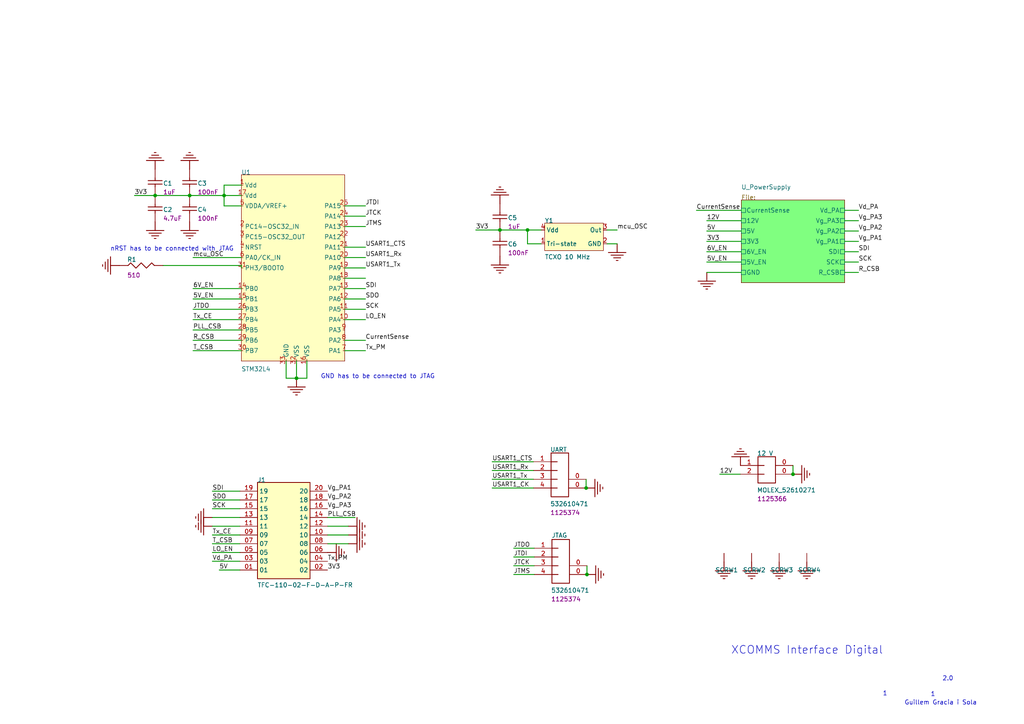
<source format=kicad_sch>
(kicad_sch (version 20211123) (generator eeschema)
  (paper "A4")
  (lib_symbols
    (symbol "COMMS2-altium-import:0_ECS-TXO-2016"
      (property "Value" "0_ECS-TXO-2016" (at 0 0 0))
      (symbol "0_ECS-TXO-2016_1_0"
        (rectangle (start 17 8) (end 0 0) (fill (type background)))
        (pin input line (at -1 2 0) (length 1) (name "Tri-state") (number "1"))
        (pin input line (at 18 2 180) (length 1) (name "GND") (number "2"))
        (pin output line (at 18 6 180) (length 1) (name "Out") (number "3"))
        (pin input line (at -1 6 0) (length 1) (name "Vdd") (number "4"))
      )
    )
    (symbol "COMMS2-altium-import:0_MOLEX_532610271"
      (property "Value" "0_MOLEX_532610271" (at 0 0 0))
      (symbol "0_MOLEX_532610271_1_0"
        (polyline (pts (xy -2.54 -2.54) (xy -0.762 -2.54)) (stroke (width 0.254)))
        (polyline (pts (xy -2.54 0) (xy -0.762 0)) (stroke (width 0.254)))
        (polyline (pts (xy -2.54 2.54) (xy 2.54 2.54) (xy 2.54 -5.08) (xy -2.54 -5.08) (xy -2.54 2.54)) (stroke (width 0.254)))
        (pin passive line (at 7.62 0 180) (length 5.08) (name "MH1") (number "0"))
        (pin passive line (at 7.62 -2.54 180) (length 5.08) (name "MH2") (number "0"))
        (pin passive line (at -7.62 0 0) (length 5.08) (name "1") (number "1"))
        (pin passive line (at -7.62 -2.54 0) (length 5.08) (name "2") (number "2"))
      )
    )
    (symbol "COMMS2-altium-import:0_MOLEX_532610471"
      (property "Value" "0_MOLEX_532610471" (at 0 0 0))
      (symbol "0_MOLEX_532610471_1_0"
        (polyline (pts (xy -2.54 -2.54) (xy -0.762 -2.54)) (stroke (width 0.254)))
        (polyline (pts (xy -2.54 0) (xy -0.762 0)) (stroke (width 0.254)))
        (polyline (pts (xy -2.54 2.54) (xy -0.762 2.54)) (stroke (width 0.254)))
        (polyline (pts (xy -2.54 5.08) (xy -0.762 5.08)) (stroke (width 0.254)))
        (polyline (pts (xy -2.54 7.62) (xy 2.54 7.62) (xy 2.54 -5.08) (xy -2.54 -5.08) (xy -2.54 7.62)) (stroke (width 0.254)))
        (pin passive line (at 7.62 -2.54 180) (length 5.08) (name "MH1") (number "0"))
        (pin passive line (at 7.62 0 180) (length 5.08) (name "MH2") (number "0"))
        (pin passive line (at -7.62 5.08 0) (length 5.08) (name "1") (number "1"))
        (pin passive line (at -7.62 2.54 0) (length 5.08) (name "2") (number "2"))
        (pin passive line (at -7.62 0 0) (length 5.08) (name "3") (number "3"))
        (pin passive line (at -7.62 -2.54 0) (length 5.08) (name "4") (number "4"))
      )
    )
    (symbol "COMMS2-altium-import:0_Res3"
      (property "Value" "0_Res3" (at 0 0 0))
      (symbol "0_Res3_1_0"
        (polyline (pts (xy 7.62 -2.54) (xy 6.858 -1.778) (xy 5.334 -3.302) (xy 3.81 -1.778) (xy 2.286 -3.302) (xy 0.762 -1.778) (xy 0 -2.54)) (stroke (width 0.254)))
        (pin passive line (at -2.54 -2.54 0) (length 2.54) (name "1") (number "1"))
        (pin passive line (at 10.16 -2.54 180) (length 2.54) (name "2") (number "2"))
      )
    )
    (symbol "COMMS2-altium-import:0_STM32L431Kx"
      (property "Value" "0_STM32L431Kx" (at 0 0 0))
      (symbol "0_STM32L431Kx_1_0"
        (rectangle (start 30 54) (end 0 0) (fill (type background)))
        (pin input line (at 0.0001 51 0) (length 0.4999) (name "Vdd") (number "1"))
        (pin bidirectional line (at 29.9999 12 180) (length 0.4999) (name "PA4") (number "10"))
        (pin bidirectional line (at 29.9999 15 180) (length 0.4999) (name "PA5") (number "11"))
        (pin bidirectional line (at 29.9999 18 180) (length 0.4999) (name "PA6") (number "12"))
        (pin bidirectional line (at 29.9999 21 180) (length 0.4999) (name "PA7") (number "13"))
        (pin bidirectional line (at 0.0001 21 0) (length 0.4999) (name "PB0") (number "14"))
        (pin bidirectional line (at 0.0001 18 0) (length 0.4999) (name "PB1") (number "15"))
        (pin input line (at 19 0.0001 90) (length 0.4999) (name "VSS") (number "16"))
        (pin input line (at 0.0001 48 0) (length 0.4999) (name "Vdd") (number "17"))
        (pin bidirectional line (at 29.9999 24 180) (length 0.4999) (name "PA8") (number "18"))
        (pin bidirectional line (at 29.9999 27 180) (length 0.4999) (name "PA9") (number "19"))
        (pin input line (at 0.0001 39 0) (length 0.4999) (name "PC14-OSC32_IN") (number "2"))
        (pin bidirectional line (at 29.9999 30 180) (length 0.4999) (name "PA10") (number "20"))
        (pin bidirectional line (at 29.9999 33 180) (length 0.4999) (name "PA11") (number "21"))
        (pin bidirectional line (at 29.9999 36 180) (length 0.4999) (name "PA12") (number "22"))
        (pin bidirectional line (at 29.9999 39 180) (length 0.4999) (name "PA13") (number "23"))
        (pin bidirectional line (at 29.9999 42 180) (length 0.4999) (name "PA14") (number "24"))
        (pin bidirectional line (at 29.9999 45 180) (length 0.4999) (name "PA15") (number "25"))
        (pin bidirectional line (at 0.0001 15 0) (length 0.4999) (name "PB3") (number "26"))
        (pin bidirectional line (at 0.0001 12 0) (length 0.4999) (name "PB4") (number "27"))
        (pin bidirectional line (at 0.0001 9 0) (length 0.4999) (name "PB5") (number "28"))
        (pin bidirectional line (at 0.0001 6 0) (length 0.4999) (name "PB6") (number "29"))
        (pin input line (at 0.0001 36 0) (length 0.4999) (name "PC15-OSC32_OUT") (number "3"))
        (pin bidirectional line (at 0.0001 3 0) (length 0.4999) (name "PB7") (number "30"))
        (pin input line (at 0.0001 27 0) (length 0.4999) (name "PH3/BOOT0") (number "31"))
        (pin input line (at 16 0.0001 90) (length 0.4999) (name "VSS") (number "32"))
        (pin input line (at 13 0.0001 90) (length 0.4999) (name "GND") (number "33"))
        (pin input line (at 0.0001 33 0) (length 0.4999) (name "NRST") (number "4"))
        (pin input line (at 0.0001 45 0) (length 0.4999) (name "VDDA/VREF+") (number "5"))
        (pin input line (at 0.0001 30 0) (length 0.4999) (name "PA0/CK_IN") (number "6"))
        (pin bidirectional line (at 29.9999 3 180) (length 0.4999) (name "PA1") (number "7"))
        (pin bidirectional line (at 29.9999 6 180) (length 0.4999) (name "PA2") (number "8"))
        (pin bidirectional line (at 29.9999 9 180) (length 0.4999) (name "PA3") (number "9"))
      )
    )
    (symbol "COMMS2-altium-import:0_ScrewHole"
      (property "Value" "0_ScrewHole" (at 0 0 0))
      (symbol "0_ScrewHole_1_0"
        (pin passive line (at 0 -5.08 90) (length 2.54) (name "1") (number "1"))
      )
    )
    (symbol "COMMS2-altium-import:1_Cap Semi"
      (property "Value" "1_Cap Semi" (at 0 0 0))
      (symbol "1_Cap Semi_1_0"
        (polyline (pts (xy 0.508 1.778) (xy 4.572 1.778)) (stroke (width 0.254)))
        (polyline (pts (xy 2.54 0) (xy 2.54 0.762)) (stroke (width 0.254)))
        (polyline (pts (xy 2.54 2.54) (xy 2.54 1.778)) (stroke (width 0.254)))
        (polyline (pts (xy 4.572 0.762) (xy 0.508 0.762)) (stroke (width 0.254)))
        (pin passive line (at 2.54 -2.54 90) (length 2.54) (name "1") (number "1"))
        (pin passive line (at 2.54 5.08 270) (length 2.54) (name "2") (number "2"))
      )
    )
    (symbol "COMMS2-altium-import:2_mirrored_TFC-110-02-F-D-A-P-FR"
      (property "Value" "2_mirrored_TFC-110-02-F-D-A-P-FR" (at 0 0 0))
      (symbol "2_mirrored_TFC-110-02-F-D-A-P-FR_1_0"
        (rectangle (start 7.62 12.7) (end -7.62 -15.24) (stroke (width 0.254)) (fill (type background)))
        (pin passive line (at -12.7 -12.7 0) (length 5.08) (name "01") (number "01"))
        (pin passive line (at 12.7 -12.7 180) (length 5.08) (name "02") (number "02"))
        (pin passive line (at -12.7 -10.16 0) (length 5.08) (name "03") (number "03"))
        (pin passive line (at 12.7 -10.16 180) (length 5.08) (name "04") (number "04"))
        (pin passive line (at -12.7 -7.62 0) (length 5.08) (name "05") (number "05"))
        (pin passive line (at 12.7 -7.62 180) (length 5.08) (name "06") (number "06"))
        (pin passive line (at -12.7 -5.08 0) (length 5.08) (name "07") (number "07"))
        (pin passive line (at 12.7 -5.08 180) (length 5.08) (name "08") (number "08"))
        (pin passive line (at -12.7 -2.54 0) (length 5.08) (name "09") (number "09"))
        (pin passive line (at 12.7 -2.54 180) (length 5.08) (name "10") (number "10"))
        (pin passive line (at -12.7 0 0) (length 5.08) (name "11") (number "11"))
        (pin passive line (at 12.7 0 180) (length 5.08) (name "12") (number "12"))
        (pin passive line (at -12.7 2.54 0) (length 5.08) (name "13") (number "13"))
        (pin passive line (at 12.7 2.54 180) (length 5.08) (name "14") (number "14"))
        (pin passive line (at -12.7 5.08 0) (length 5.08) (name "15") (number "15"))
        (pin passive line (at 12.7 5.08 180) (length 5.08) (name "16") (number "16"))
        (pin passive line (at -12.7 7.62 0) (length 5.08) (name "17") (number "17"))
        (pin passive line (at 12.7 7.62 180) (length 5.08) (name "18") (number "18"))
        (pin passive line (at -12.7 10.16 0) (length 5.08) (name "19") (number "19"))
        (pin passive line (at 12.7 10.16 180) (length 5.08) (name "20") (number "20"))
      )
    )
    (symbol "COMMS2-altium-import:3_Cap Semi"
      (property "Value" "3_Cap Semi" (at 0 0 0))
      (symbol "3_Cap Semi_1_0"
        (polyline (pts (xy -4.572 -0.762) (xy -0.508 -0.762)) (stroke (width 0.254)))
        (polyline (pts (xy -2.54 -2.54) (xy -2.54 -1.778)) (stroke (width 0.254)))
        (polyline (pts (xy -2.54 0) (xy -2.54 -0.762)) (stroke (width 0.254)))
        (polyline (pts (xy -0.508 -1.778) (xy -4.572 -1.778)) (stroke (width 0.254)))
        (pin passive line (at -2.54 2.54 270) (length 2.54) (name "1") (number "1"))
        (pin passive line (at -2.54 -5.08 90) (length 2.54) (name "2") (number "2"))
      )
    )
    (symbol "COMMS2-altium-import:GND" (power)
      (property "Reference" "#PWR" (at 0 0 0))
      (property "Value" "GND" (at 0 6.35 0))
      (symbol "GND_0_0"
        (polyline (pts (xy -2.54 -2.54) (xy 2.54 -2.54)) (stroke (width 0.254)))
        (polyline (pts (xy -1.778 -3.302) (xy 1.778 -3.302)) (stroke (width 0.254)))
        (polyline (pts (xy -1.016 -4.064) (xy 1.016 -4.064)) (stroke (width 0.254)))
        (polyline (pts (xy -0.254 -4.826) (xy 0.254 -4.826)) (stroke (width 0.254)))
        (polyline (pts (xy 0 0) (xy 0 -2.54)) (stroke (width 0.254)))
        (pin power_in line (at 0 0 0) (length 0) hide (name "GND") (number ""))
      )
    )
  )
  (junction (at 55 56.7072))
  (junction (at 65 56.7072))
  (junction (at 86 109.7072))
  (junction (at 170.24 166.6272))
  (junction (at 145 66.7072))
  (junction (at 230.0001 137.5472))
  (junction (at 153 66.7072))
  (junction (at 170 141.5472))
  (junction (at 45 56.7072))
  (wire (pts (xy 106 89.7072) (xy 100 89.7072)) (stroke (width 0.254)))
  (wire (pts (xy 106 65.7072) (xy 100 65.7072)) (stroke (width 0.254)))
  (wire (pts (xy 215.0001 76.0072) (xy 205.0001 76.0072)) (stroke (width 0.254)))
  (wire (pts (xy 56 74.7072) (xy 70 74.7072)) (stroke (width 0.254)))
  (wire (pts (xy 61.6 147.5472) (xy 69.6 147.5472)) (stroke (width 0.254)))
  (wire (pts (xy 56 86.7072) (xy 70 86.7072)) (stroke (width 0.254)))
  (wire (pts (xy 106 98.7072) (xy 100 98.7072)) (stroke (width 0.254)))
  (wire (pts (xy 157 70.7072) (xy 153 70.7072)) (stroke (width 0.254)))
  (wire (pts (xy 245.0001 64.0072) (xy 249.0001 64.0072)) (stroke (width 0.254)))
  (wire (pts (xy 89 109.7072) (xy 89 104.7072)) (stroke (width 0.254)))
  (wire (pts (xy 65 56.7072) (xy 65 53.7072)) (stroke (width 0.254)))
  (wire (pts (xy 106 77.7072) (xy 100 77.7072)) (stroke (width 0.254)))
  (wire (pts (xy 70 56.7072) (xy 65 56.7072)) (stroke (width 0.254)))
  (wire (pts (xy 61.6 150.0872) (xy 69.6 150.0872)) (stroke (width 0.254)))
  (wire (pts (xy 70 77.0072) (xy 47.3 77.0072)) (stroke (width 0.254)))
  (wire (pts (xy 61.6 157.7072) (xy 69.6 157.7072)) (stroke (width 0.254)))
  (wire (pts (xy 106 83.7072) (xy 100 83.7072)) (stroke (width 0.254)))
  (wire (pts (xy 61.6 155.1672) (xy 69.6 155.1672)) (stroke (width 0.254)))
  (wire (pts (xy 65 53.7072) (xy 70 53.7072)) (stroke (width 0.254)))
  (wire (pts (xy 170 141.5472) (xy 170 139.0072)) (stroke (width 0.254)))
  (wire (pts (xy 70 59.7072) (xy 65 59.7072)) (stroke (width 0.254)))
  (wire (pts (xy 179 66.7072) (xy 176 66.7072)) (stroke (width 0.254)))
  (wire (pts (xy 142.76 136.4672) (xy 154.76 136.4672)) (stroke (width 0.254)))
  (wire (pts (xy 145 66.7072) (xy 153 66.7072)) (stroke (width 0.254)))
  (wire (pts (xy 106 71.7072) (xy 100 71.7072)) (stroke (width 0.254)))
  (wire (pts (xy 86 109.7072) (xy 89 109.7072)) (stroke (width 0.254)))
  (wire (pts (xy 249.0001 79.0072) (xy 245.0001 79.0072)) (stroke (width 0.254)))
  (wire (pts (xy 61.6 160.2472) (xy 69.6 160.2472)) (stroke (width 0.254)))
  (wire (pts (xy 86 109.7072) (xy 83 109.7072)) (stroke (width 0.254)))
  (wire (pts (xy 215.0001 70.0072) (xy 205.0001 70.0072)) (stroke (width 0.254)))
  (wire (pts (xy 245.0001 67.0072) (xy 249.0001 67.0072)) (stroke (width 0.254)))
  (wire (pts (xy 106 62.7072) (xy 100 62.7072)) (stroke (width 0.254)))
  (wire (pts (xy 208.7601 137.5472) (xy 214.7601 137.5472)) (stroke (width 0.254)))
  (wire (pts (xy 170.24 166.6272) (xy 170.24 164.0872)) (stroke (width 0.254)))
  (wire (pts (xy 205.0001 79.0072) (xy 215.0001 79.0072)) (stroke (width 0.254)))
  (wire (pts (xy 106 59.7072) (xy 100 59.7072)) (stroke (width 0.254)))
  (wire (pts (xy 215.0001 64.0072) (xy 205.0001 64.0072)) (stroke (width 0.254)))
  (wire (pts (xy 245.0001 70.0072) (xy 249.0001 70.0072)) (stroke (width 0.254)))
  (wire (pts (xy 142.76 133.9272) (xy 154.76 133.9272)) (stroke (width 0.254)))
  (wire (pts (xy 56 89.7072) (xy 70 89.7072)) (stroke (width 0.254)))
  (wire (pts (xy 202.0001 61.0072) (xy 215.0001 61.0072)) (stroke (width 0.254)))
  (wire (pts (xy 153 70.7072) (xy 153 66.7072)) (stroke (width 0.254)))
  (wire (pts (xy 245.0001 61.0072) (xy 249.0001 61.0072)) (stroke (width 0.254)))
  (wire (pts (xy 61.6 145.0072) (xy 69.6 145.0072)) (stroke (width 0.254)))
  (wire (pts (xy 101 155.1672) (xy 95 155.1672)) (stroke (width 0.254)))
  (wire (pts (xy 106 80.7072) (xy 100 80.7072)) (stroke (width 0.254)))
  (wire (pts (xy 56 92.7072) (xy 70 92.7072)) (stroke (width 0.254)))
  (wire (pts (xy 61.6 162.7872) (xy 69.6 162.7872)) (stroke (width 0.254)))
  (wire (pts (xy 149 166.6272) (xy 155 166.6272)) (stroke (width 0.254)))
  (wire (pts (xy 65 59.7072) (xy 65 56.7072)) (stroke (width 0.254)))
  (wire (pts (xy 106 74.7072) (xy 100 74.7072)) (stroke (width 0.254)))
  (wire (pts (xy 149 159.0072) (xy 155 159.0072)) (stroke (width 0.254)))
  (wire (pts (xy 106 101.7072) (xy 100 101.7072)) (stroke (width 0.254)))
  (wire (pts (xy 106 92.7072) (xy 100 92.7072)) (stroke (width 0.254)))
  (wire (pts (xy 61.6 142.4672) (xy 69.6 142.4672)) (stroke (width 0.254)))
  (wire (pts (xy 138 66.7072) (xy 145 66.7072)) (stroke (width 0.254)))
  (wire (pts (xy 249.0001 76.0072) (xy 245.0001 76.0072)) (stroke (width 0.254)))
  (wire (pts (xy 142.76 141.5472) (xy 154.76 141.5472)) (stroke (width 0.254)))
  (wire (pts (xy 153 66.7072) (xy 157 66.7072)) (stroke (width 0.254)))
  (wire (pts (xy 215.0001 73.0072) (xy 205.0001 73.0072)) (stroke (width 0.254)))
  (wire (pts (xy 55 56.7072) (xy 65 56.7072)) (stroke (width 0.254)))
  (wire (pts (xy 149 161.5472) (xy 155 161.5472)) (stroke (width 0.254)))
  (wire (pts (xy 101 157.7072) (xy 95 157.7072)) (stroke (width 0.254)))
  (wire (pts (xy 142.76 139.0072) (xy 154.76 139.0072)) (stroke (width 0.254)))
  (wire (pts (xy 215.0001 67.0072) (xy 205.0001 67.0072)) (stroke (width 0.254)))
  (wire (pts (xy 179 70.7072) (xy 176 70.7072)) (stroke (width 0.254)))
  (wire (pts (xy 103 150.0872) (xy 95 150.0872)) (stroke (width 0.254)))
  (wire (pts (xy 83 109.7072) (xy 83 104.7072)) (stroke (width 0.254)))
  (wire (pts (xy 56 101.7072) (xy 70 101.7072)) (stroke (width 0.254)))
  (wire (pts (xy 56 83.7072) (xy 70 83.7072)) (stroke (width 0.254)))
  (wire (pts (xy 56 98.7072) (xy 70 98.7072)) (stroke (width 0.254)))
  (wire (pts (xy 70 77.7072) (xy 70 77.0072)) (stroke (width 0.254)))
  (wire (pts (xy 45 56.7072) (xy 55 56.7072)) (stroke (width 0.254)))
  (wire (pts (xy 106 86.7072) (xy 100 86.7072)) (stroke (width 0.254)))
  (wire (pts (xy 101 152.6272) (xy 95 152.6272)) (stroke (width 0.254)))
  (wire (pts (xy 38.9999 56.7072) (xy 45 56.7072)) (stroke (width 0.254)))
  (wire (pts (xy 56 95.7072) (xy 70 95.7072)) (stroke (width 0.254)))
  (wire (pts (xy 149 164.0872) (xy 155 164.0872)) (stroke (width 0.254)))
  (wire (pts (xy 63.6 165.3272) (xy 69.6 165.3272)) (stroke (width 0.254)))
  (wire (pts (xy 249.0001 73.0072) (xy 245.0001 73.0072)) (stroke (width 0.254)))
  (wire (pts (xy 86 104.7072) (xy 86 109.7072)) (stroke (width 0.254)))
  (wire (pts (xy 61.6 152.6272) (xy 69.6 152.6272)) (stroke (width 0.254)))
  (wire (pts (xy 230.0001 135.0072) (xy 230.0001 137.5472)) (stroke (width 0.254)))
  (text "2.0" (at 273.3161 197.6512 180) (effects (font (size 1.27 1.27)) (justify left bottom)))
  (text "Guillem Gracia i Sola" (at 262.3161 204.6512 180) (effects (font (size 1.27 1.27)) (justify left bottom)))
  (text "XCOMMS Interface Digital" (at 212.0001 190.0072 180) (effects (font (size 2.286 2.286)) (justify left bottom)))
  (text "1" (at 269.9001 202.2176 180) (effects (font (size 1.27 1.27)) (justify left bottom)))
  (text "GND has to be connected to JTAG" (at 93 110.0072 180) (effects (font (size 1.27 1.27)) (justify left bottom)))
  (text "nRST has to be connected with JTAG" (at 32 73.0072 180) (effects (font (size 1.27 1.27)) (justify left bottom)))
  (text "1" (at 256.0001 202.0072 180) (effects (font (size 1.27 1.27)) (justify left bottom)))
  (label "T_CSB" (at 61.6 157.7072 0))
  (label "SDI" (at 106 83.7072 0))
  (label "LO_EN" (at 106 92.7072 0))
  (label "JTCK" (at 106 62.7072 0))
  (label "5V_EN" (at 205.0001 76.0072 0))
  (label "JTDO" (at 149 159.0072 0))
  (label "JTMS" (at 106 65.7072 0))
  (label "CurrentSense" (at 106 98.7072 0))
  (label "Vg_PA1" (at 249.0001 70.0072 0))
  (label "USART1_CTS" (at 106 71.7072 0))
  (label "3V3" (at 138 66.7072 0))
  (label "R_CSB" (at 56 98.7072 0))
  (label "Tx_PM" (at 106 101.7072 0))
  (label "SCK" (at 106 89.7072 0))
  (label "12V" (at 208.7601 137.5472 0))
  (label "Vg_PA3" (at 249.0001 64.0072 0))
  (label "Vg_PA3" (at 95 147.5472 0))
  (label "Vd_PA" (at 61.6 162.7872 0))
  (label "JTCK" (at 149 164.0872 0))
  (label "12V" (at 205.0001 64.0072 0))
  (label "USART1_Tx" (at 142.76 139.0072 0))
  (label "Vg_PA2" (at 95 145.0072 0))
  (label "mcu_OSC" (at 56 74.7072 0))
  (label "5V" (at 63.6 165.3272 0))
  (label "5V" (at 205.0001 67.0072 0))
  (label "SDI" (at 61.6 142.4672 0))
  (label "PLL_CSB" (at 95 150.0872 0))
  (label "Vg_PA2" (at 249.0001 67.0072 0))
  (label "JTDI" (at 106 59.7072 0))
  (label "Tx_CE" (at 56 92.7072 0))
  (label "3V3" (at 38.9999 56.7072 0))
  (label "5V_EN" (at 56 86.7072 0))
  (label "SDO" (at 61.6 145.0072 0))
  (label "USART1_CTS" (at 142.76 133.9272 0))
  (label "SCK" (at 249.0001 76.0072 0))
  (label "SDO" (at 106 86.7072 0))
  (label "Vg_PA1" (at 95 142.4672 0))
  (label "USART1_CK" (at 142.76 141.5472 0))
  (label "T_CSB" (at 56 101.7072 0))
  (label "Tx_CE" (at 61.6 155.1672 0))
  (label "JTMS" (at 149 166.6272 0))
  (label "JTDI" (at 149 161.5472 0))
  (label "USART1_Rx" (at 142.76 136.4672 0))
  (label "R_CSB" (at 249.0001 79.0072 0))
  (label "3V3" (at 205.0001 70.0072 0))
  (label "PLL_CSB" (at 56 95.7072 0))
  (label "Vd_PA" (at 249.0001 61.0072 0))
  (label "SDI" (at 249.0001 73.0072 0))
  (label "6V_EN" (at 205.0001 73.0072 0))
  (label "LO_EN" (at 61.6 160.2472 0))
  (label "SCK" (at 61.6 147.5472 0))
  (label "6V_EN" (at 56 83.7072 0))
  (label "CurrentSense" (at 202.0001 61.0072 0))
  (label "JTDO" (at 56 89.7072 0))
  (label "mcu_OSC" (at 179 66.7072 0))
  (label "USART1_Rx" (at 106 74.7072 0))
  (label "Tx_PM" (at 95 162.7872 0))
  (label "3V3" (at 95 165.3272 0))
  (label "USART1_Tx" (at 106 77.7072 0))
  (symbol (lib_id "COMMS2-altium-import:GND") (at 45 49.0872 180) (unit 1)
    (property "Reference" "#PWR?" (effects hide))
    (property "Value" "GND" (effects hide))
  )
  (symbol (lib_id "COMMS2-altium-import:3_Cap Semi") (at 57.54 59.2472 0) (unit 1)
    (property "Reference" "C4" (at 57.286 61.5332 0) (effects (justify left bottom)))
    (property "Value" "Cap Semi" (effects hide))
    (property "Footprint" "0603 SMD Capacitor" (effects hide))
    (property "PUBLISHED" "8-Jun-2000" (effects hide))
    (property "LATESTREVISIONDATE" "29-May-2009" (effects hide))
    (property "LATESTREVISIONNOTE" "IPC-7351 Footprint Added." (effects hide))
    (property "PACKAGEREFERENCE" "C1206" (effects hide))
    (property "PUBLISHER" "Altium Limited" (effects hide))
    (property "PACKAGEDESCRIPTION" "Chip Capacitor" (effects hide))
    (property "ALTIUM_VALUE" "100nF" (at 57.286 64.0732 0) (effects (justify left bottom)))
    (property "SUPPLIER 1" "Mouser" (effects hide))
    (property "SUPPLIER PART NUMBER 1" "80-C603C104K5RAC3121" (effects hide))
  )
  (symbol (lib_id "COMMS2-altium-import:0_ScrewHole") (at 218.0001 157.9272 0) (unit 1)
    (property "Reference" "SCRW2" (at 215.4601 166.0552 0) (effects (justify left bottom)))
    (property "Value" "Metric Screw Hole" (effects hide))
    (property "Footprint" "M3 ScrewHole" (effects hide))
  )
  (symbol (lib_id "COMMS2-altium-import:GND") (at 34.6 77.0072 270) (unit 1)
    (property "Reference" "#PWR?" (effects hide))
    (property "Value" "GND" (effects hide))
  )
  (symbol (lib_id "COMMS2-altium-import:2_mirrored_TFC-110-02-F-D-A-P-FR") (at 82.3 152.6272 0) (unit 1)
    (property "Reference" "J1" (at 74.68 139.9272 0) (effects (justify left bottom)))
    (property "Value" "TFC-110-02-F-D-A-P-FR" (at 74.68 170.4072 0) (effects (justify left bottom)))
    (property "Footprint" "SAMTEC_TFC-110-02-F-D-A-P-FR" (effects hide))
    (property "PRICE" "None" (effects hide))
    (property "SNAPEDA_LINK" "https://www.snapeda.com/parts/TFC-110-02-F-D-A-P-FR/Samtec/view-part/5285415/?ref=snap" (effects hide))
    (property "AVAILABILITY" "Unavailable" (effects hide))
    (property "ALTIUM_VALUE" "*" (effects hide))
    (property "MF" "Samtec" (effects hide))
    (property "CHECK_PRICES" "https://www.snapeda.com/parts/TFC-110-02-F-D-A-P-FR/Samtec/view-part/5285415/?ref=eda" (effects hide))
    (property "MP" "TFC-110-02-F-D-A-P-FR" (effects hide))
    (property "PACKAGE" "None" (effects hide))
  )
  (symbol (lib_id "COMMS2-altium-import:GND") (at 145 74.3272 0) (unit 1)
    (property "Reference" "#PWR?" (effects hide))
    (property "Value" "GND" (effects hide))
  )
  (symbol (lib_id "COMMS2-altium-import:0_ScrewHole") (at 210.0001 157.9272 0) (unit 1)
    (property "Reference" "SCRW1" (at 207.4601 166.0552 0) (effects (justify left bottom)))
    (property "Value" "Metric Screw Hole" (effects hide))
    (property "Footprint" "M3 ScrewHole" (effects hide))
  )
  (symbol (lib_id "COMMS2-altium-import:0_Res3") (at 37.14 74.4672 0) (unit 1)
    (property "Reference" "R1" (at 36.886 75.9912 0) (effects (justify left bottom)))
    (property "Value" "Res3" (effects hide))
    (property "Footprint" "0603 SMD Resistor" (effects hide))
    (property "PUBLISHED" "8-Jun-2000" (effects hide))
    (property "LATESTREVISIONDATE" "29-May-2009" (effects hide))
    (property "LATESTREVISIONNOTE" "IPC-7351 Footprint Added." (effects hide))
    (property "PACKAGEREFERENCE" "J1-0603" (effects hide))
    (property "PUBLISHER" "Altium Limited" (effects hide))
    (property "PACKAGEDESCRIPTION" "Chip Resistor" (effects hide))
    (property "ALTIUM_VALUE" "510" (at 36.886 80.5632 0) (effects (justify left bottom)))
    (property "SUPPLIER 1" "Mouser" (effects hide))
    (property "SUPPLIER PART NUMBER 1" "652-CHP0603JW181ELF" (effects hide))
  )
  (symbol (lib_id "COMMS2-altium-import:GND") (at 101 157.7072 90) (unit 1)
    (property "Reference" "#PWR?" (effects hide))
    (property "Value" "GND" (effects hide))
  )
  (symbol (lib_id "COMMS2-altium-import:3_Cap Semi") (at 147.54 61.6272 0) (unit 1)
    (property "Reference" "C5" (at 147.286 63.9132 0) (effects (justify left bottom)))
    (property "Value" "Cap Semi" (effects hide))
    (property "Footprint" "0603 SMD Capacitor" (effects hide))
    (property "PUBLISHED" "8-Jun-2000" (effects hide))
    (property "LATESTREVISIONDATE" "29-May-2009" (effects hide))
    (property "LATESTREVISIONNOTE" "IPC-7351 Footprint Added." (effects hide))
    (property "PACKAGEREFERENCE" "C1206" (effects hide))
    (property "PUBLISHER" "Altium Limited" (effects hide))
    (property "PACKAGEDESCRIPTION" "Chip Capacitor" (effects hide))
    (property "ALTIUM_VALUE" "1uF" (at 147.286 66.4532 0) (effects (justify left bottom)))
  )
  (symbol (lib_id "COMMS2-altium-import:GND") (at 101 152.6272 90) (unit 1)
    (property "Reference" "#PWR?" (effects hide))
    (property "Value" "GND" (effects hide))
  )
  (symbol (lib_id "COMMS2-altium-import:GND") (at 145 59.0872 180) (unit 1)
    (property "Reference" "#PWR?" (effects hide))
    (property "Value" "GND" (effects hide))
  )
  (symbol (lib_id "COMMS2-altium-import:3_Cap Semi") (at 147.54 69.2472 0) (unit 1)
    (property "Reference" "C6" (at 147.286 71.5332 0) (effects (justify left bottom)))
    (property "Value" "Cap Semi" (effects hide))
    (property "Footprint" "0603 SMD Capacitor" (effects hide))
    (property "PUBLISHED" "8-Jun-2000" (effects hide))
    (property "LATESTREVISIONDATE" "29-May-2009" (effects hide))
    (property "LATESTREVISIONNOTE" "IPC-7351 Footprint Added." (effects hide))
    (property "PACKAGEREFERENCE" "C1206" (effects hide))
    (property "PUBLISHER" "Altium Limited" (effects hide))
    (property "PACKAGEDESCRIPTION" "Chip Capacitor" (effects hide))
    (property "ALTIUM_VALUE" "100nF" (at 147.286 74.0732 0) (effects (justify left bottom)))
    (property "SUPPLIER 1" "Mouser" (effects hide))
    (property "SUPPLIER PART NUMBER 1" "80-C603C104K5RAC3121" (effects hide))
  )
  (symbol (lib_id "COMMS2-altium-import:GND") (at 234.0001 163.0072 0) (unit 1)
    (property "Reference" "#PWR?" (effects hide))
    (property "Value" "GND" (effects hide))
  )
  (symbol (lib_id "COMMS2-altium-import:0_MOLEX_532610471") (at 162.62 164.0872 0) (unit 1)
    (property "Reference" "JTAG" (at 160 156.0072 0) (effects (justify left bottom)))
    (property "Value" "532610471" (at 159.826 171.9612 0) (effects (justify left bottom)))
    (property "Footprint" "532610471" (effects hide))
    (property "SUPPLIER 1" "Farnell" (effects hide))
    (property "SUPPLIER PART NUMBER 1" "1125374" (at 159.826 174.5012 0) (effects (justify left bottom)))
  )
  (symbol (lib_id "COMMS2-altium-import:GND") (at 86 109.7072 0) (unit 1)
    (property "Reference" "#PWR?" (effects hide))
    (property "Value" "GND" (effects hide))
  )
  (symbol (lib_id "COMMS2-altium-import:0_MOLEX_532610271") (at 222.3801 135.0072 0) (unit 1)
    (property "Reference" "12 V" (at 219.5861 132.2132 0) (effects (justify left bottom)))
    (property "Value" "MOLEX_52610271" (at 219.5861 142.8812 0) (effects (justify left bottom)))
    (property "Footprint" "532610271" (effects hide))
    (property "SUPPLIER 1" "Farnell" (effects hide))
    (property "SUPPLIER PART NUMBER 1" "1125366" (at 219.5861 145.4212 0) (effects (justify left bottom)))
  )
  (symbol (lib_id "COMMS2-altium-import:1_Cap Semi") (at 42.46 61.7872 0) (unit 1)
    (property "Reference" "C2" (at 47.286 61.5332 0) (effects (justify left bottom)))
    (property "Value" "Cap Semi" (effects hide))
    (property "Footprint" "0805 SMD Capacitor" (effects hide))
    (property "PUBLISHED" "8-Jun-2000" (effects hide))
    (property "LATESTREVISIONDATE" "29-May-2009" (effects hide))
    (property "LATESTREVISIONNOTE" "IPC-7351 Footprint Added." (effects hide))
    (property "PACKAGEREFERENCE" "C1206" (effects hide))
    (property "PUBLISHER" "Altium Limited" (effects hide))
    (property "PACKAGEDESCRIPTION" "Chip Capacitor" (effects hide))
    (property "ALTIUM_VALUE" "4.7uF" (at 47.286 64.0732 0) (effects (justify left bottom)))
    (property "SUPPLIER 1" "Mouser" (effects hide))
    (property "SUPPLIER PART NUMBER 1" "81-GRM21BR71C475ME1K" (effects hide))
  )
  (symbol (lib_id "COMMS2-altium-import:GND") (at 230.0001 137.5472 90) (unit 1)
    (property "Reference" "#PWR?" (effects hide))
    (property "Value" "GND" (effects hide))
  )
  (symbol (lib_id "COMMS2-altium-import:GND") (at 55 64.3272 0) (unit 1)
    (property "Reference" "#PWR?" (effects hide))
    (property "Value" "GND" (effects hide))
  )
  (symbol (lib_id "COMMS2-altium-import:GND") (at 61.6 150.0872 270) (unit 1)
    (property "Reference" "#PWR?" (effects hide))
    (property "Value" "GND" (effects hide))
  )
  (symbol (lib_id "COMMS2-altium-import:0_ScrewHole") (at 226.0001 157.9272 0) (unit 1)
    (property "Reference" "SCRW3" (at 223.4601 166.0552 0) (effects (justify left bottom)))
    (property "Value" "Metric Screw Hole" (effects hide))
    (property "Footprint" "M3 ScrewHole" (effects hide))
  )
  (symbol (lib_id "COMMS2-altium-import:GND") (at 210.0001 163.0072 0) (unit 1)
    (property "Reference" "#PWR?" (effects hide))
    (property "Value" "GND" (effects hide))
  )
  (symbol (lib_id "COMMS2-altium-import:0_MOLEX_532610471") (at 162.38 139.0072 0) (unit 1)
    (property "Reference" "UART" (at 159.586 131.1332 0) (effects (justify left bottom)))
    (property "Value" "532610471" (at 159.586 146.8812 0) (effects (justify left bottom)))
    (property "Footprint" "532610471" (effects hide))
    (property "SUPPLIER 1" "Farnell" (effects hide))
    (property "SUPPLIER PART NUMBER 1" "1125374" (at 159.586 149.4212 0) (effects (justify left bottom)))
  )
  (symbol (lib_id "COMMS2-altium-import:GND") (at 218.0001 163.0072 0) (unit 1)
    (property "Reference" "#PWR?" (effects hide))
    (property "Value" "GND" (effects hide))
  )
  (symbol (lib_id "COMMS2-altium-import:GND") (at 226.0001 163.0072 0) (unit 1)
    (property "Reference" "#PWR?" (effects hide))
    (property "Value" "GND" (effects hide))
  )
  (symbol (lib_id "COMMS2-altium-import:GND") (at 179 70.7072 0) (unit 1)
    (property "Reference" "#PWR?" (effects hide))
    (property "Value" "GND" (effects hide))
  )
  (symbol (lib_id "COMMS2-altium-import:GND") (at 95 160.2472 90) (unit 1)
    (property "Reference" "#PWR?" (effects hide))
    (property "Value" "GND" (effects hide))
  )
  (symbol (lib_id "COMMS2-altium-import:0_ScrewHole") (at 234.0001 157.9272 0) (unit 1)
    (property "Reference" "SCRW4" (at 231.4601 166.0552 0) (effects (justify left bottom)))
    (property "Value" "Metric Screw Hole" (effects hide))
    (property "Footprint" "M3 ScrewHole" (effects hide))
  )
  (symbol (lib_id "COMMS2-altium-import:GND") (at 170 141.5472 90) (unit 1)
    (property "Reference" "#PWR?" (effects hide))
    (property "Value" "GND" (effects hide))
  )
  (symbol (lib_id "COMMS2-altium-import:1_Cap Semi") (at 52.46 54.1672 0) (unit 1)
    (property "Reference" "C3" (at 57.286 53.9132 0) (effects (justify left bottom)))
    (property "Value" "Cap Semi" (effects hide))
    (property "Footprint" "0603 SMD Capacitor" (effects hide))
    (property "PUBLISHED" "8-Jun-2000" (effects hide))
    (property "LATESTREVISIONDATE" "29-May-2009" (effects hide))
    (property "LATESTREVISIONNOTE" "IPC-7351 Footprint Added." (effects hide))
    (property "PACKAGEREFERENCE" "C1206" (effects hide))
    (property "PUBLISHER" "Altium Limited" (effects hide))
    (property "PACKAGEDESCRIPTION" "Chip Capacitor" (effects hide))
    (property "ALTIUM_VALUE" "100nF" (at 57.286 56.4532 0) (effects (justify left bottom)))
    (property "SUPPLIER 1" "Mouser" (effects hide))
    (property "SUPPLIER PART NUMBER 1" "80-C603C104K5RAC3121" (effects hide))
  )
  (symbol (lib_id "COMMS2-altium-import:0_STM32L431Kx") (at 70 104.7072 0) (unit 1)
    (property "Reference" "U1" (at 70 50.7072 0) (effects (justify left bottom)))
    (property "Value" "STM32L4" (at 70 107.7552 0) (effects (justify left bottom)))
    (property "Footprint" "QFN-33N" (effects hide))
  )
  (symbol (lib_id "COMMS2-altium-import:GND") (at 55 49.0872 180) (unit 1)
    (property "Reference" "#PWR?" (effects hide))
    (property "Value" "GND" (effects hide))
  )
  (symbol (lib_id "COMMS2-altium-import:GND") (at 170.24 166.6272 90) (unit 1)
    (property "Reference" "#PWR?" (effects hide))
    (property "Value" "GND" (effects hide))
  )
  (symbol (lib_id "COMMS2-altium-import:GND") (at 45 64.3272 0) (unit 1)
    (property "Reference" "#PWR?" (effects hide))
    (property "Value" "GND" (effects hide))
  )
  (symbol (lib_id "COMMS2-altium-import:GND") (at 205.0001 79.0072 0) (unit 1)
    (property "Reference" "#PWR?" (effects hide))
    (property "Value" "GND" (effects hide))
  )
  (symbol (lib_id "COMMS2-altium-import:GND") (at 61.6 152.6272 270) (unit 1)
    (property "Reference" "#PWR?" (effects hide))
    (property "Value" "GND" (effects hide))
  )
  (symbol (lib_id "COMMS2-altium-import:GND") (at 214.7601 135.0072 180) (unit 1)
    (property "Reference" "#PWR?" (effects hide))
    (property "Value" "GND" (effects hide))
  )
  (symbol (lib_id "COMMS2-altium-import:GND") (at 101 155.1672 90) (unit 1)
    (property "Reference" "#PWR?" (effects hide))
    (property "Value" "GND" (effects hide))
  )
  (symbol (lib_id "COMMS2-altium-import:3_Cap Semi") (at 47.54 51.6272 0) (unit 1)
    (property "Reference" "C1" (at 47.286 53.9132 0) (effects (justify left bottom)))
    (property "Value" "Cap Semi" (effects hide))
    (property "Footprint" "0603 SMD Capacitor" (effects hide))
    (property "PUBLISHED" "8-Jun-2000" (effects hide))
    (property "LATESTREVISIONDATE" "29-May-2009" (effects hide))
    (property "LATESTREVISIONNOTE" "IPC-7351 Footprint Added." (effects hide))
    (property "PACKAGEREFERENCE" "C1206" (effects hide))
    (property "PUBLISHER" "Altium Limited" (effects hide))
    (property "PACKAGEDESCRIPTION" "Chip Capacitor" (effects hide))
    (property "ALTIUM_VALUE" "1uF" (at 47.286 56.4532 0) (effects (justify left bottom)))
  )
  (symbol (lib_id "COMMS2-altium-import:0_ECS-TXO-2016") (at 158 72.7072 0) (unit 1)
    (property "Reference" "Y1" (at 158 64.7072 0) (effects (justify left bottom)))
    (property "Value" "TCXO 10 MHz" (at 158 75.2472 0) (effects (justify left bottom)))
    (property "Footprint" "ECS-TXO-2016" (effects hide))
  )
  (sheet (at 215.0001 58.0072) (size 30 24) (stroke (width 0) (color 128 0 0 1)) (fill (color 128 255 128 1.0000))
    (property "Sheet name" "U_PowerSupply" (at 215.0001 55.0072 0) (effects (justify left bottom)))
    (pin "12V" passive (at 215.0001 64.0072 180))
    (pin "GND" passive (at 215.0001 79.0072 180))
    (pin "5V" passive (at 215.0001 67.0072 180))
    (pin "3V3" passive (at 215.0001 70.0072 180))
    (pin "Vd_PA" passive (at 245.0001 61.0072 0))
    (pin "5V_EN" passive (at 215.0001 76.0072 180))
    (pin "6V_EN" passive (at 215.0001 73.0072 180))
    (pin "Vg_PA1" passive (at 245.0001 70.0072 0))
    (pin "Vg_PA3" passive (at 245.0001 64.0072 0))
    (pin "Vg_PA2" passive (at 245.0001 67.0072 0))
    (pin "SCK" passive (at 245.0001 76.0072 0))
    (pin "R_CSB" passive (at 245.0001 79.0072 0))
    (pin "SDI" passive (at 245.0001 73.0072 0))
    (pin "CurrentSense" passive (at 215.0001 61.0072 180))
  )
)
</source>
